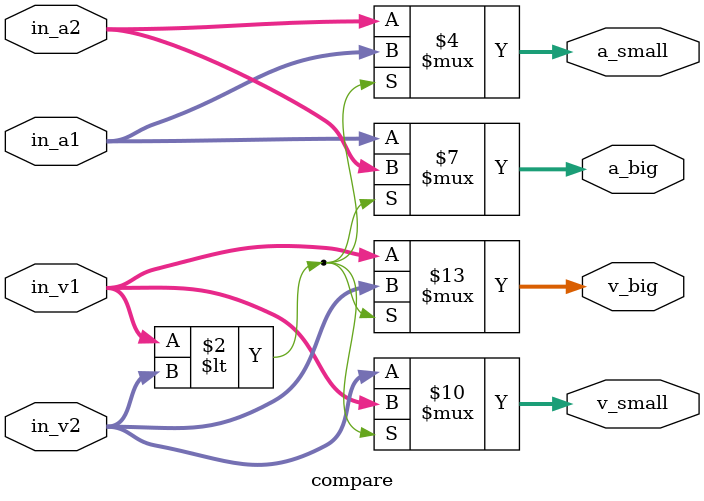
<source format=v>
module SORT_IP #(parameter IP_WIDTH = 8) (
    // Input signals
    IN_character, IN_weight,
    // Output signals
    OUT_character
);

// ===============================================================
// Input & Output
// ===============================================================
input [IP_WIDTH*4-1:0]  IN_character; // index table: {4'd7,4'd6,4'd5,4'd4,4'd3,4'd2,4'd1,4'd0}
input [IP_WIDTH*5-1:0]  IN_weight;   //  value table: {5'd3,5'd7,5'd6,5'd5,5'd3,5'd3,5'd5,5'd7}

output reg [IP_WIDTH*4-1:0] OUT_character;

// ===============================================================
// Design
// ===============================================================

// (1,2) (3,4) (5,6) (7,8)
//merge sort
//4     compare 5 times  (2+1+2=5)
//5     2+2+2+2+1 = 9    (2+2+2+2+2)
//6     3+2+2+  +5 = 12    3+2+3+2+3+2 = 15
//8     4+                   4+3+4+3+4 +3+4+3= 28   
reg [3:0] addr_in [0:7];
wire [3:0] addr[0:7][1:8];
reg [4:0] value_in[0:7];
wire [4:0] value[0:7][1:8];
//load input
genvar i;
generate
    for(i =0 ;i<8;i=i+1) begin
        always@(*)begin
            if(i>IP_WIDTH-1) begin
                addr_in[i] = 15;
                value_in[i] = 31;
            end
            else begin
                addr_in[i] = IN_character[i*4 + 3:i*4];
                value_in[i] = IN_weight[i*5 + 4:i*5];
            end
        end
    end
endgenerate

//merge sort
genvar r1;
generate
    for(r1=0;r1<8;r1=r1+2)begin
    compare c1(.in_v1(value_in[r1+1]),.in_v2(value_in[r1]),.in_a1(addr_in[r1+1]),.in_a2(addr_in[r1]),.v_big(value[r1+1][1]),.v_small(value[r1][1]),.a_big(addr[r1+1][1]),.a_small(addr[r1][1]));
    compare c3(.in_v1(value[r1+1][2]),.in_v2(value[r1][2]),.in_a1(addr[r1+1][2]),.in_a2(addr[r1][2]),.v_big(value[r1+1][3]),.v_small(value[r1][3]),.a_big(addr[r1+1][3]),.a_small(addr[r1][3]));
    compare c5(.in_v1(value[r1+1][4]),.in_v2(value[r1][4]),.in_a1(addr[r1+1][4]),.in_a2(addr[r1][4]),.v_big(value[r1+1][5]),.v_small(value[r1][5]),.a_big(addr[r1+1][5]),.a_small(addr[r1][5]));
    compare c7(.in_v1(value[r1+1][6]),.in_v2(value[r1][6]),.in_a1(addr[r1+1][6]),.in_a2(addr[r1][6]),.v_big(value[r1+1][7]),.v_small(value[r1][7]),.a_big(addr[r1+1][7]),.a_small(addr[r1][7]));
end
endgenerate

genvar r2;
generate
    for(r2=1;r2<6;r2=r2+2) begin
        compare c2(.in_v1(value[r2+1][1]),.in_v2(value[r2][1]),.in_a1(addr[r2+1][1]),.in_a2(addr[r2][1]),.v_big(value[r2+1][2]),.v_small(value[r2][2]),.a_big(addr[r2+1][2]),.a_small(addr[r2][2]));
        compare c4(.in_v1(value[r2+1][3]),.in_v2(value[r2][3]),.in_a1(addr[r2+1][3]),.in_a2(addr[r2][3]),.v_big(value[r2+1][4]),.v_small(value[r2][4]),.a_big(addr[r2+1][4]),.a_small(addr[r2][4]));
        compare c6(.in_v1(value[r2+1][5]),.in_v2(value[r2][5]),.in_a1(addr[r2+1][5]),.in_a2(addr[r2][5]),.v_big(value[r2+1][6]),.v_small(value[r2][6]),.a_big(addr[r2+1][6]),.a_small(addr[r2][6]));
        compare c8(.in_v1(value[r2+1][7]),.in_v2(value[r2][7]),.in_a1(addr[r2+1][7]),.in_a2(addr[r2][7]),.v_big(value[r2+1][8]),.v_small(value[r2][8]),.a_big(addr[r2+1][8]),.a_small(addr[r2][8]));
    end
endgenerate

assign value[0][2] = value[0][1];
assign value[7][2] = value[7][1];
assign value[0][4] = value[0][3];
assign value[7][4] = value[7][3];
assign value[0][6] = value[0][5];
assign value[7][6] = value[7][5];
assign value[0][8] = value[0][7];
assign value[7][8] = value[7][7];
assign addr[0][2] = addr[0][1];
assign addr[7][2] = addr[7][1];
assign addr[0][4] = addr[0][3];
assign addr[7][4] = addr[7][3];
assign addr[0][6] = addr[0][5];
assign addr[7][6] = addr[7][5];
assign addr[0][8] = addr[0][7];
assign addr[7][8] = addr[7][7];

    
always@(*)begin
    case(IP_WIDTH)
	    3'd2: OUT_character = {addr[1][1],addr[0][1]};
        3'd3: OUT_character = {addr[2][3],addr[1][3],addr[0][3]};
        3'd4: OUT_character = {addr[3][4],addr[2][4],addr[1][4],addr[0][4]};
        3'd5: OUT_character = {addr[4][5],addr[3][5],addr[2][5],addr[1][5],addr[0][5]};
        3'd6: OUT_character = {addr[5][6],addr[4][6],addr[3][6],addr[2][6],addr[1][6],addr[0][6]};
        3'd7: OUT_character = {addr[6][7],addr[5][7],addr[4][7],addr[3][7],addr[2][7],addr[1][7],addr[0][7]};
        default: OUT_character = {addr[7][8],addr[6][8],addr[5][8],addr[4][8],addr[3][8],addr[2][8],addr[1][8],addr[0][8]};
    endcase
end



endmodule


module compare(in_v1,in_v2,in_a1,in_a2,v_big,v_small,a_big,a_small);
    input [4:0] in_v1,in_v2;
    input [3:0] in_a1,in_a2;
    output reg [4:0] v_big,v_small;
    output reg [3:0] a_big,a_small;

    always@(*)begin
        if(in_v1 < in_v2)begin
            v_big = in_v2;
            v_small = in_v1;
            a_big = in_a2;
            a_small = in_a1;
        end
        else begin
            v_big = in_v1;
            v_small = in_v2;
            a_big = in_a1;
            a_small = in_a2;
        end
    end
endmodule
</source>
